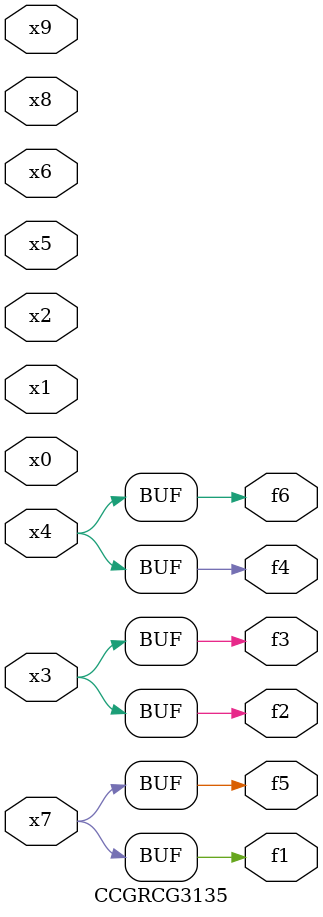
<source format=v>
module CCGRCG3135(
	input x0, x1, x2, x3, x4, x5, x6, x7, x8, x9,
	output f1, f2, f3, f4, f5, f6
);
	assign f1 = x7;
	assign f2 = x3;
	assign f3 = x3;
	assign f4 = x4;
	assign f5 = x7;
	assign f6 = x4;
endmodule

</source>
